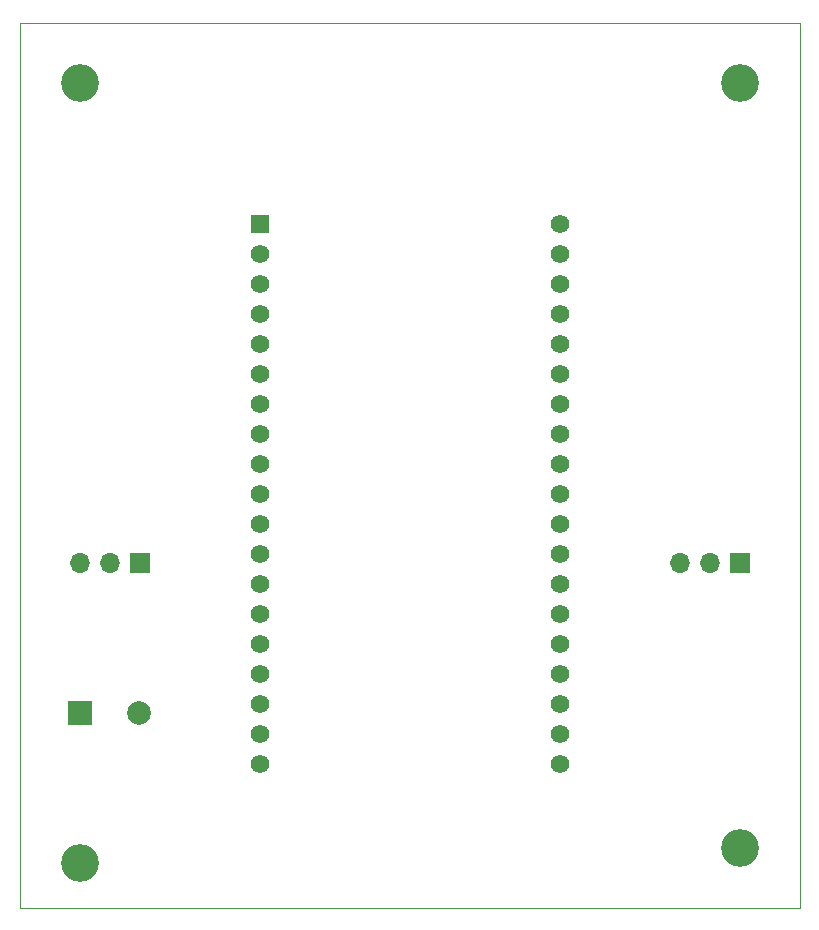
<source format=gbr>
%TF.GenerationSoftware,KiCad,Pcbnew,(5.1.9)-1*%
%TF.CreationDate,2021-05-26T20:45:15+09:00*%
%TF.ProjectId,esp32_nodemcu,65737033-325f-46e6-9f64-656d63752e6b,rev?*%
%TF.SameCoordinates,Original*%
%TF.FileFunction,Soldermask,Top*%
%TF.FilePolarity,Negative*%
%FSLAX46Y46*%
G04 Gerber Fmt 4.6, Leading zero omitted, Abs format (unit mm)*
G04 Created by KiCad (PCBNEW (5.1.9)-1) date 2021-05-26 20:45:15*
%MOMM*%
%LPD*%
G01*
G04 APERTURE LIST*
%TA.AperFunction,Profile*%
%ADD10C,0.050000*%
%TD*%
%ADD11R,1.560000X1.560000*%
%ADD12C,1.560000*%
%ADD13C,3.200000*%
%ADD14R,2.000000X2.000000*%
%ADD15C,2.000000*%
%ADD16R,1.700000X1.700000*%
%ADD17O,1.700000X1.700000*%
G04 APERTURE END LIST*
D10*
X190500000Y-58420000D02*
X190500000Y-133350000D01*
X124460000Y-58420000D02*
X190500000Y-58420000D01*
X124460000Y-133350000D02*
X124460000Y-58420000D01*
X190500000Y-133350000D02*
X124460000Y-133350000D01*
D11*
%TO.C,U1*%
X144780000Y-75490000D03*
D12*
X144780000Y-78030000D03*
X144780000Y-121210000D03*
X144780000Y-80570000D03*
X144780000Y-83110000D03*
X144780000Y-85650000D03*
X144780000Y-88190000D03*
X144780000Y-90730000D03*
X144780000Y-93270000D03*
X144780000Y-95810000D03*
X144780000Y-98350000D03*
X144780000Y-100890000D03*
X144780000Y-103430000D03*
X144780000Y-105970000D03*
X144780000Y-108510000D03*
X144780000Y-111050000D03*
X144780000Y-113590000D03*
X144780000Y-116130000D03*
X144780000Y-118670000D03*
X170180000Y-75490000D03*
X170180000Y-78030000D03*
X170180000Y-80570000D03*
X170180000Y-83110000D03*
X170180000Y-85650000D03*
X170180000Y-88190000D03*
X170180000Y-90730000D03*
X170180000Y-93270000D03*
X170180000Y-95810000D03*
X170180000Y-98350000D03*
X170180000Y-100890000D03*
X170180000Y-103430000D03*
X170180000Y-105970000D03*
X170180000Y-108510000D03*
X170180000Y-111050000D03*
X170180000Y-113590000D03*
X170180000Y-116130000D03*
X170180000Y-118670000D03*
X170180000Y-121210000D03*
%TD*%
D13*
%TO.C,REF\u002A\u002A*%
X129540000Y-129540000D03*
%TD*%
%TO.C,REF\u002A\u002A*%
X185420000Y-128270000D03*
%TD*%
%TO.C,REF\u002A\u002A*%
X129540000Y-63500000D03*
%TD*%
%TO.C,REF\u002A\u002A*%
X185420000Y-63500000D03*
%TD*%
D14*
%TO.C,C1*%
X129540000Y-116840000D03*
D15*
X134540000Y-116840000D03*
%TD*%
D16*
%TO.C,LEFT*%
X134620000Y-104140000D03*
D17*
X132080000Y-104140000D03*
X129540000Y-104140000D03*
%TD*%
%TO.C,RIGHT*%
X180340000Y-104140000D03*
X182880000Y-104140000D03*
D16*
X185420000Y-104140000D03*
%TD*%
M02*

</source>
